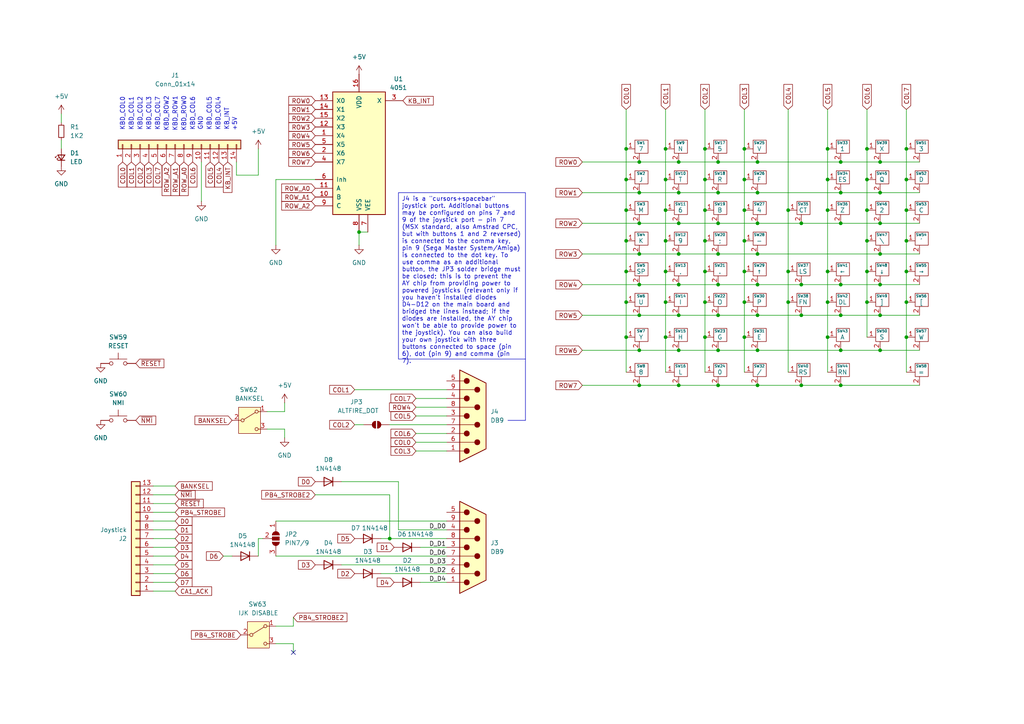
<source format=kicad_sch>
(kicad_sch (version 20231120) (generator "eeschema") (generator_version "8.0")
  (paper "A4")
  (lib_symbols
    (symbol "4xxx:4051" (pin_names (offset 1.016))
      (property "Reference" "U" (at -7.62 19.05 0))
      (property "Value" "4051" (at -7.62 -19.05 0))
      (symbol "4051_1_0"
        (pin passive line (at -12.7 5.08 0) (length 5.08) (name "X4") (number "1"))
        (pin input line (at -12.7 -12.7 0) (length 5.08) (name "B") (number "10"))
        (pin input line (at -12.7 -10.16 0) (length 5.08) (name "A") (number "11"))
        (pin passive line (at -12.7 7.62 0) (length 5.08) (name "X3") (number "12"))
        (pin passive line (at -12.7 15.24 0) (length 5.08) (name "X0") (number "13"))
        (pin passive line (at -12.7 12.7 0) (length 5.08) (name "X1") (number "14"))
        (pin passive line (at -12.7 10.16 0) (length 5.08) (name "X2") (number "15"))
        (pin power_in line (at 0 22.86 270) (length 5.08) (name "VDD") (number "16"))
        (pin passive line (at -12.7 0 0) (length 5.08) (name "X6") (number "2"))
        (pin passive line (at 12.7 15.24 180) (length 5.08) (name "X") (number "3"))
        (pin passive line (at -12.7 -2.54 0) (length 5.08) (name "X7") (number "4"))
        (pin passive line (at -12.7 2.54 0) (length 5.08) (name "X5") (number "5"))
        (pin input line (at -12.7 -7.62 0) (length 5.08) (name "Inh") (number "6"))
        (pin power_in line (at 2.54 -22.86 90) (length 5.08) (name "VEE") (number "7"))
        (pin power_in line (at 0 -22.86 90) (length 5.08) (name "VSS") (number "8"))
        (pin input line (at -12.7 -15.24 0) (length 5.08) (name "C") (number "9"))
      )
    )
    (symbol "Common:Cherry_MX"
      (property "Reference" "SW?" (at 0.508 1.778 0))
      (property "Value" "*" (at 0.508 0 0))
      (symbol "Cherry_MX_1_1"
        (pin bidirectional line (at -3.81 0 0) (length 2.54) (name "") (number "1"))
        (pin bidirectional line (at 0 -3.81 90) (length 2.54) (name "") (number "2"))
      )
    )
    (symbol "Common:DB9_Male" (pin_names (offset 1.016) hide)
      (property "Reference" "J1" (at 0 -18.415 0))
      (property "Value" "DB9 Apple" (at 0 -15.875 0))
      (symbol "DB9_Male_1_1"
        (pin passive line (at -7.62 -10.16 0) (length 3.81) (name "1") (number "1"))
        (pin passive line (at -7.62 -5.08 0) (length 3.81) (name "2") (number "2"))
        (pin passive line (at -7.62 0 0) (length 3.81) (name "3") (number "3"))
        (pin passive line (at -7.62 5.08 0) (length 3.81) (name "4") (number "4"))
        (pin passive line (at -7.62 10.16 0) (length 3.81) (name "5") (number "5"))
        (pin passive line (at -7.62 -7.62 0) (length 3.81) (name "6") (number "6"))
        (pin passive line (at -7.62 -2.54 0) (length 3.81) (name "7") (number "7"))
        (pin passive line (at -7.62 2.54 0) (length 3.81) (name "8") (number "8"))
        (pin passive line (at -7.62 7.62 0) (length 3.81) (name "9") (number "9"))
      )
    )
    (symbol "Connector_Generic:Conn_01x13" (pin_names (offset 1.016) hide)
      (property "Reference" "J" (at 0 17.78 0))
      (property "Value" "Conn_01x13" (at 0 -17.78 0))
      (symbol "Conn_01x13_1_1"
        (pin passive line (at -5.08 15.24 0) (length 3.81) (name "Pin_1") (number "1"))
        (pin passive line (at -5.08 -7.62 0) (length 3.81) (name "Pin_10") (number "10"))
        (pin passive line (at -5.08 -10.16 0) (length 3.81) (name "Pin_11") (number "11"))
        (pin passive line (at -5.08 -12.7 0) (length 3.81) (name "Pin_12") (number "12"))
        (pin passive line (at -5.08 -15.24 0) (length 3.81) (name "Pin_13") (number "13"))
        (pin passive line (at -5.08 12.7 0) (length 3.81) (name "Pin_2") (number "2"))
        (pin passive line (at -5.08 10.16 0) (length 3.81) (name "Pin_3") (number "3"))
        (pin passive line (at -5.08 7.62 0) (length 3.81) (name "Pin_4") (number "4"))
        (pin passive line (at -5.08 5.08 0) (length 3.81) (name "Pin_5") (number "5"))
        (pin passive line (at -5.08 2.54 0) (length 3.81) (name "Pin_6") (number "6"))
        (pin passive line (at -5.08 0 0) (length 3.81) (name "Pin_7") (number "7"))
        (pin passive line (at -5.08 -2.54 0) (length 3.81) (name "Pin_8") (number "8"))
        (pin passive line (at -5.08 -5.08 0) (length 3.81) (name "Pin_9") (number "9"))
      )
    )
    (symbol "Connector_Generic:Conn_01x14" (pin_names (offset 1.016) hide)
      (property "Reference" "J" (at 0 17.78 0))
      (property "Value" "Conn_01x14" (at 0 -20.32 0))
      (symbol "Conn_01x14_1_1"
        (pin passive line (at -5.08 15.24 0) (length 3.81) (name "Pin_1") (number "1"))
        (pin passive line (at -5.08 -7.62 0) (length 3.81) (name "Pin_10") (number "10"))
        (pin passive line (at -5.08 -10.16 0) (length 3.81) (name "Pin_11") (number "11"))
        (pin passive line (at -5.08 -12.7 0) (length 3.81) (name "Pin_12") (number "12"))
        (pin passive line (at -5.08 -15.24 0) (length 3.81) (name "Pin_13") (number "13"))
        (pin passive line (at -5.08 -17.78 0) (length 3.81) (name "Pin_14") (number "14"))
        (pin passive line (at -5.08 12.7 0) (length 3.81) (name "Pin_2") (number "2"))
        (pin passive line (at -5.08 10.16 0) (length 3.81) (name "Pin_3") (number "3"))
        (pin passive line (at -5.08 7.62 0) (length 3.81) (name "Pin_4") (number "4"))
        (pin passive line (at -5.08 5.08 0) (length 3.81) (name "Pin_5") (number "5"))
        (pin passive line (at -5.08 2.54 0) (length 3.81) (name "Pin_6") (number "6"))
        (pin passive line (at -5.08 0 0) (length 3.81) (name "Pin_7") (number "7"))
        (pin passive line (at -5.08 -2.54 0) (length 3.81) (name "Pin_8") (number "8"))
        (pin passive line (at -5.08 -5.08 0) (length 3.81) (name "Pin_9") (number "9"))
      )
    )
    (symbol "Device:LED_Small" (pin_numbers hide) (pin_names (offset 0.254) hide)
      (property "Reference" "D" (at -1.27 3.175 0))
      (property "Value" "LED_Small" (at -4.445 -2.54 0))
      (symbol "LED_Small_1_1"
        (pin passive line (at -2.54 0 0) (length 1.778) (name "K") (number "1"))
        (pin passive line (at 2.54 0 180) (length 1.778) (name "A") (number "2"))
      )
    )
    (symbol "Device:R_Small" (pin_numbers hide) (pin_names (offset 0.254) hide)
      (property "Reference" "R" (at 0.762 0.508 0))
      (property "Value" "R_Small" (at 0.762 -1.016 0))
      (symbol "R_Small_1_1"
        (pin passive line (at 0 2.54 270) (length 0.762) (name "~") (number "1"))
        (pin passive line (at 0 -2.54 90) (length 0.762) (name "~") (number "2"))
      )
    )
    (symbol "Diode:1N4148" (pin_numbers hide) (pin_names hide)
      (property "Reference" "D" (at 0 2.54 0))
      (property "Value" "1N4148" (at 0 -2.54 0))
      (symbol "1N4148_1_1"
        (pin passive line (at -3.81 0 0) (length 2.54) (name "K") (number "1"))
        (pin passive line (at 3.81 0 180) (length 2.54) (name "A") (number "2"))
      )
    )
    (symbol "Jumper:SolderJumper_2_Open" (pin_numbers hide) (pin_names (offset 0) hide) (exclude_from_sim yes) (in_bom no)
      (property "Reference" "JP" (at 0 2.032 0))
      (property "Value" "SolderJumper_2_Open" (at 0 -2.54 0))
      (symbol "SolderJumper_2_Open_1_1"
        (pin passive line (at -3.81 0 0) (length 2.54) (name "A") (number "1"))
        (pin passive line (at 3.81 0 180) (length 2.54) (name "B") (number "2"))
      )
    )
    (symbol "Jumper:SolderJumper_3_Open" (pin_names (offset 0) hide) (exclude_from_sim yes) (in_bom no)
      (property "Reference" "JP" (at -2.54 -2.54 0))
      (property "Value" "SolderJumper_3_Open" (at 0 2.794 0))
      (symbol "SolderJumper_3_Open_1_1"
        (pin passive line (at -5.08 0 0) (length 2.54) (name "A") (number "1"))
        (pin passive line (at 0 -3.81 90) (length 2.54) (name "C") (number "2"))
        (pin passive line (at 5.08 0 180) (length 2.54) (name "B") (number "3"))
      )
    )
    (symbol "Switch:SW_Push" (pin_numbers hide) (pin_names (offset 1.016) hide)
      (property "Reference" "SW" (at 1.27 2.54 0))
      (property "Value" "SW_Push" (at 0 -1.524 0))
      (symbol "SW_Push_0_1"
        (pin passive line (at -5.08 0 0) (length 2.54) (name "1") (number "1"))
        (pin passive line (at 5.08 0 180) (length 2.54) (name "2") (number "2"))
      )
    )
    (symbol "Switch:SW_SPDT" (pin_names (offset 0) hide)
      (property "Reference" "SW" (at 0 5.08 0))
      (property "Value" "SW_SPDT" (at 0 -5.08 0))
      (symbol "SW_SPDT_1_1"
        (pin passive line (at 5.08 2.54 180) (length 2.54) (name "A") (number "1"))
        (pin passive line (at -5.08 0 0) (length 2.54) (name "B") (number "2"))
        (pin passive line (at 5.08 -2.54 180) (length 2.54) (name "C") (number "3"))
      )
    )
    (symbol "power:+5V" (power) (pin_numbers hide) (pin_names (offset 0) hide)
      (property "Value" "+5V" (at 0 3.556 0))
      (symbol "+5V_1_1"
        (pin power_in line (at 0 0 90) (length 0) (name "~") (number "1"))
      )
    )
    (symbol "power:GND" (power) (pin_numbers hide) (pin_names (offset 0) hide)
      (property "Value" "GND" (at 0 -3.81 0))
      (symbol "GND_1_1"
        (pin power_in line (at 0 0 270) (length 0) (name "~") (number "1"))
      )
    )
  )
  (junction (at 243.84 46.99))
  (junction (at 208.28 101.6))
  (junction (at 208.28 91.44))
  (junction (at 196.85 111.76))
  (junction (at 181.61 87.63))
  (junction (at 251.46 87.63))
  (junction (at 240.03 60.96))
  (junction (at 232.41 111.76))
  (junction (at 193.04 69.85))
  (junction (at 185.42 111.76))
  (junction (at 262.89 52.07))
  (junction (at 228.6 60.96))
  (junction (at 255.27 91.44))
  (junction (at 193.04 87.63))
  (junction (at 204.47 87.63))
  (junction (at 185.42 64.77))
  (junction (at 219.71 91.44))
  (junction (at 219.71 55.88))
  (junction (at 193.04 43.18))
  (junction (at 204.47 43.18))
  (junction (at 113.03 156.21))
  (junction (at 243.84 111.76))
  (junction (at 181.61 60.96))
  (junction (at 193.04 52.07))
  (junction (at 208.28 73.66))
  (junction (at 232.41 91.44))
  (junction (at 243.84 55.88))
  (junction (at 243.84 91.44))
  (junction (at 215.9 78.74))
  (junction (at 251.46 43.18))
  (junction (at 208.28 111.76))
  (junction (at 204.47 69.85))
  (junction (at 215.9 97.79))
  (junction (at 181.61 52.07))
  (junction (at 255.27 55.88))
  (junction (at 255.27 64.77))
  (junction (at 215.9 43.18))
  (junction (at 262.89 43.18))
  (junction (at 251.46 60.96))
  (junction (at 204.47 97.79))
  (junction (at 255.27 46.99))
  (junction (at 262.89 87.63))
  (junction (at 185.42 46.99))
  (junction (at 215.9 52.07))
  (junction (at 185.42 101.6))
  (junction (at 204.47 78.74))
  (junction (at 193.04 97.79))
  (junction (at 215.9 87.63))
  (junction (at 219.71 101.6))
  (junction (at 196.85 46.99))
  (junction (at 208.28 82.55))
  (junction (at 251.46 78.74))
  (junction (at 196.85 101.6))
  (junction (at 185.42 82.55))
  (junction (at 208.28 64.77))
  (junction (at 181.61 97.79))
  (junction (at 243.84 64.77))
  (junction (at 196.85 55.88))
  (junction (at 104.14 67.31))
  (junction (at 219.71 73.66))
  (junction (at 181.61 69.85))
  (junction (at 243.84 101.6))
  (junction (at 204.47 52.07))
  (junction (at 181.61 78.74))
  (junction (at 193.04 78.74))
  (junction (at 204.47 60.96))
  (junction (at 240.03 78.74))
  (junction (at 215.9 60.96))
  (junction (at 228.6 87.63))
  (junction (at 243.84 82.55))
  (junction (at 185.42 55.88))
  (junction (at 196.85 64.77))
  (junction (at 185.42 73.66))
  (junction (at 219.71 64.77))
  (junction (at 251.46 52.07))
  (junction (at 240.03 52.07))
  (junction (at 251.46 69.85))
  (junction (at 193.04 60.96))
  (junction (at 240.03 43.18))
  (junction (at 181.61 43.18))
  (junction (at 255.27 101.6))
  (junction (at 262.89 60.96))
  (junction (at 262.89 69.85))
  (junction (at 219.71 46.99))
  (junction (at 219.71 111.76))
  (junction (at 262.89 97.79))
  (junction (at 219.71 82.55))
  (junction (at 232.41 82.55))
  (junction (at 232.41 64.77))
  (junction (at 228.6 78.74))
  (junction (at 196.85 73.66))
  (junction (at 208.28 46.99))
  (junction (at 240.03 97.79))
  (junction (at 255.27 82.55))
  (junction (at 255.27 73.66))
  (junction (at 196.85 91.44))
  (junction (at 240.03 87.63))
  (junction (at 208.28 55.88))
  (junction (at 196.85 82.55))
  (junction (at 215.9 69.85))
  (junction (at 262.89 78.74))
  (junction (at 185.42 91.44))
  (no_connect (at 85.09 189.23))
  (wire (pts (xy 185.42 64.77) (xy 196.85 64.77)))
  (wire (pts (xy 243.84 64.77) (xy 255.27 64.77)))
  (wire (pts (xy 168.91 101.6) (xy 185.42 101.6)))
  (wire (pts (xy 219.71 82.55) (xy 232.41 82.55)))
  (wire (pts (xy 251.46 52.07) (xy 251.46 60.96)))
  (wire (pts (xy 80.01 181.61) (xy 85.09 181.61)))
  (wire (pts (xy 208.28 64.77) (xy 219.71 64.77)))
  (wire (pts (xy 168.91 64.77) (xy 185.42 64.77)))
  (wire (pts (xy 110.49 166.37) (xy 129.54 166.37)))
  (wire (pts (xy 113.03 123.19) (xy 129.54 123.19)))
  (wire (pts (xy 262.89 97.79) (xy 262.89 107.95)))
  (wire (pts (xy 168.91 46.99) (xy 185.42 46.99)))
  (wire (pts (xy 251.46 78.74) (xy 251.46 87.63)))
  (wire (pts (xy 185.42 91.44) (xy 196.85 91.44)))
  (wire (pts (xy 215.9 60.96) (xy 215.9 69.85)))
  (wire (pts (xy 193.04 60.96) (xy 193.04 69.85)))
  (wire (pts (xy 168.91 55.88) (xy 185.42 55.88)))
  (wire (pts (xy 74.93 156.21) (xy 74.93 161.29)))
  (wire (pts (xy 82.55 124.46) (xy 82.55 127)))
  (wire (pts (xy 228.6 87.63) (xy 228.6 107.95)))
  (wire (pts (xy 240.03 60.96) (xy 240.03 78.74)))
  (wire (pts (xy 80.01 52.07) (xy 80.01 71.12)))
  (wire (pts (xy 208.28 73.66) (xy 219.71 73.66)))
  (wire (pts (xy 120.65 130.81) (xy 129.54 130.81)))
  (wire (pts (xy 251.46 31.75) (xy 251.46 43.18)))
  (wire (pts (xy 44.45 151.13) (xy 50.8 151.13)))
  (wire (pts (xy 120.65 120.65) (xy 129.54 120.65)))
  (wire (pts (xy 181.61 60.96) (xy 181.61 69.85)))
  (wire (pts (xy 185.42 82.55) (xy 196.85 82.55)))
  (wire (pts (xy 219.71 64.77) (xy 232.41 64.77)))
  (wire (pts (xy 115.57 153.67) (xy 129.54 153.67)))
  (wire (pts (xy 91.44 52.07) (xy 80.01 52.07)))
  (wire (pts (xy 219.71 101.6) (xy 243.84 101.6)))
  (wire (pts (xy 120.65 125.73) (xy 129.54 125.73)))
  (wire (pts (xy 243.84 111.76) (xy 266.7 111.76)))
  (wire (pts (xy 204.47 69.85) (xy 204.47 78.74)))
  (wire (pts (xy 251.46 69.85) (xy 251.46 78.74)))
  (wire (pts (xy 243.84 91.44) (xy 255.27 91.44)))
  (wire (pts (xy 193.04 52.07) (xy 193.04 60.96)))
  (wire (pts (xy 208.28 101.6) (xy 219.71 101.6)))
  (wire (pts (xy 44.45 146.05) (xy 50.8 146.05)))
  (wire (pts (xy 185.42 111.76) (xy 196.85 111.76)))
  (wire (pts (xy 196.85 101.6) (xy 208.28 101.6)))
  (wire (pts (xy 44.45 156.21) (xy 50.8 156.21)))
  (wire (pts (xy 74.93 50.8) (xy 68.58 50.8)))
  (wire (pts (xy 185.42 55.88) (xy 196.85 55.88)))
  (polyline (pts (xy 147.32 121.92) (xy 152.4 121.92)))
  (wire (pts (xy 193.04 87.63) (xy 193.04 97.79)))
  (wire (pts (xy 120.65 115.57) (xy 129.54 115.57)))
  (wire (pts (xy 196.85 82.55) (xy 208.28 82.55)))
  (wire (pts (xy 219.71 46.99) (xy 243.84 46.99)))
  (wire (pts (xy 232.41 64.77) (xy 243.84 64.77)))
  (wire (pts (xy 110.49 156.21) (xy 113.03 156.21)))
  (wire (pts (xy 196.85 55.88) (xy 208.28 55.88)))
  (wire (pts (xy 113.03 156.21) (xy 129.54 156.21)))
  (wire (pts (xy 181.61 87.63) (xy 181.61 97.79)))
  (wire (pts (xy 255.27 46.99) (xy 266.7 46.99)))
  (wire (pts (xy 204.47 78.74) (xy 204.47 87.63)))
  (wire (pts (xy 77.47 124.46) (xy 82.55 124.46)))
  (wire (pts (xy 232.41 82.55) (xy 243.84 82.55)))
  (wire (pts (xy 58.42 46.99) (xy 58.42 58.42)))
  (wire (pts (xy 240.03 97.79) (xy 240.03 107.95)))
  (wire (pts (xy 251.46 43.18) (xy 251.46 52.07)))
  (wire (pts (xy 240.03 78.74) (xy 240.03 87.63)))
  (wire (pts (xy 196.85 73.66) (xy 208.28 73.66)))
  (wire (pts (xy 240.03 31.75) (xy 240.03 43.18)))
  (wire (pts (xy 120.65 128.27) (xy 129.54 128.27)))
  (wire (pts (xy 80.01 186.69) (xy 85.09 186.69)))
  (wire (pts (xy 232.41 111.76) (xy 243.84 111.76)))
  (wire (pts (xy 219.71 91.44) (xy 232.41 91.44)))
  (wire (pts (xy 243.84 55.88) (xy 255.27 55.88)))
  (wire (pts (xy 240.03 43.18) (xy 240.03 52.07)))
  (wire (pts (xy 255.27 82.55) (xy 266.7 82.55)))
  (wire (pts (xy 185.42 46.99) (xy 196.85 46.99)))
  (wire (pts (xy 193.04 78.74) (xy 193.04 87.63)))
  (wire (pts (xy 228.6 31.75) (xy 228.6 60.96)))
  (wire (pts (xy 44.45 161.29) (xy 50.8 161.29)))
  (wire (pts (xy 193.04 97.79) (xy 193.04 107.95)))
  (wire (pts (xy 44.45 140.97) (xy 50.8 140.97)))
  (wire (pts (xy 219.71 73.66) (xy 255.27 73.66)))
  (wire (pts (xy 104.14 71.12) (xy 104.14 67.31)))
  (wire (pts (xy 99.06 163.83) (xy 129.54 163.83)))
  (wire (pts (xy 115.57 139.7) (xy 115.57 153.67)))
  (wire (pts (xy 181.61 78.74) (xy 181.61 87.63)))
  (wire (pts (xy 255.27 64.77) (xy 266.7 64.77)))
  (wire (pts (xy 204.47 52.07) (xy 204.47 60.96)))
  (wire (pts (xy 120.65 118.11) (xy 129.54 118.11)))
  (wire (pts (xy 181.61 52.07) (xy 181.61 60.96)))
  (wire (pts (xy 185.42 101.6) (xy 196.85 101.6)))
  (wire (pts (xy 262.89 87.63) (xy 262.89 97.79)))
  (wire (pts (xy 102.87 123.19) (xy 105.41 123.19)))
  (wire (pts (xy 196.85 91.44) (xy 208.28 91.44)))
  (wire (pts (xy 181.61 31.75) (xy 181.61 43.18)))
  (polyline (pts (xy 152.4 104.14) (xy 152.4 121.92)))
  (wire (pts (xy 204.47 60.96) (xy 204.47 69.85)))
  (wire (pts (xy 44.45 143.51) (xy 50.8 143.51)))
  (wire (pts (xy 255.27 55.88) (xy 266.7 55.88)))
  (wire (pts (xy 243.84 46.99) (xy 255.27 46.99)))
  (wire (pts (xy 215.9 43.18) (xy 215.9 52.07)))
  (wire (pts (xy 208.28 82.55) (xy 219.71 82.55)))
  (wire (pts (xy 82.55 116.84) (xy 82.55 119.38)))
  (wire (pts (xy 196.85 64.77) (xy 208.28 64.77)))
  (wire (pts (xy 185.42 73.66) (xy 196.85 73.66)))
  (wire (pts (xy 17.78 40.64) (xy 17.78 43.18)))
  (wire (pts (xy 68.58 50.8) (xy 68.58 46.99)))
  (wire (pts (xy 262.89 78.74) (xy 262.89 87.63)))
  (wire (pts (xy 196.85 111.76) (xy 208.28 111.76)))
  (wire (pts (xy 232.41 91.44) (xy 243.84 91.44)))
  (wire (pts (xy 168.91 82.55) (xy 185.42 82.55)))
  (wire (pts (xy 102.87 113.03) (xy 129.54 113.03)))
  (wire (pts (xy 80.01 151.13) (xy 129.54 151.13)))
  (wire (pts (xy 91.44 143.51) (xy 113.03 143.51)))
  (wire (pts (xy 74.93 156.21) (xy 76.2 156.21)))
  (wire (pts (xy 85.09 179.07) (xy 85.09 181.61)))
  (wire (pts (xy 204.47 31.75) (xy 204.47 43.18)))
  (wire (pts (xy 193.04 31.75) (xy 193.04 43.18)))
  (wire (pts (xy 243.84 101.6) (xy 255.27 101.6)))
  (wire (pts (xy 243.84 82.55) (xy 255.27 82.55)))
  (wire (pts (xy 44.45 148.59) (xy 50.8 148.59)))
  (wire (pts (xy 262.89 52.07) (xy 262.89 60.96)))
  (wire (pts (xy 215.9 52.07) (xy 215.9 60.96)))
  (wire (pts (xy 215.9 87.63) (xy 215.9 97.79)))
  (wire (pts (xy 44.45 158.75) (xy 50.8 158.75)))
  (wire (pts (xy 251.46 87.63) (xy 251.46 97.79)))
  (wire (pts (xy 77.47 119.38) (xy 82.55 119.38)))
  (wire (pts (xy 113.03 156.21) (xy 113.03 143.51)))
  (wire (pts (xy 215.9 69.85) (xy 215.9 78.74)))
  (wire (pts (xy 181.61 69.85) (xy 181.61 78.74)))
  (wire (pts (xy 168.91 111.76) (xy 185.42 111.76)))
  (wire (pts (xy 17.78 33.02) (xy 17.78 35.56)))
  (wire (pts (xy 204.47 87.63) (xy 204.47 97.79)))
  (wire (pts (xy 181.61 97.79) (xy 181.61 107.95)))
  (wire (pts (xy 104.14 67.31) (xy 106.68 67.31)))
  (wire (pts (xy 168.91 73.66) (xy 185.42 73.66)))
  (wire (pts (xy 204.47 43.18) (xy 204.47 52.07)))
  (wire (pts (xy 74.93 43.18) (xy 74.93 50.8)))
  (wire (pts (xy 255.27 73.66) (xy 266.7 73.66)))
  (wire (pts (xy 219.71 55.88) (xy 243.84 55.88)))
  (wire (pts (xy 255.27 91.44) (xy 266.7 91.44)))
  (wire (pts (xy 64.77 161.29) (xy 67.31 161.29)))
  (wire (pts (xy 193.04 43.18) (xy 193.04 52.07)))
  (wire (pts (xy 255.27 101.6) (xy 266.7 101.6)))
  (wire (pts (xy 208.28 55.88) (xy 219.71 55.88)))
  (wire (pts (xy 193.04 69.85) (xy 193.04 78.74)))
  (wire (pts (xy 262.89 31.75) (xy 262.89 43.18)))
  (wire (pts (xy 240.03 52.07) (xy 240.03 60.96)))
  (wire (pts (xy 219.71 111.76) (xy 232.41 111.76)))
  (wire (pts (xy 215.9 97.79) (xy 215.9 107.95)))
  (wire (pts (xy 262.89 60.96) (xy 262.89 69.85)))
  (wire (pts (xy 208.28 91.44) (xy 219.71 91.44)))
  (wire (pts (xy 228.6 60.96) (xy 228.6 78.74)))
  (wire (pts (xy 44.45 163.83) (xy 50.8 163.83)))
  (wire (pts (xy 208.28 111.76) (xy 219.71 111.76)))
  (wire (pts (xy 228.6 78.74) (xy 228.6 87.63)))
  (wire (pts (xy 99.06 139.7) (xy 115.57 139.7)))
  (wire (pts (xy 196.85 46.99) (xy 208.28 46.99)))
  (wire (pts (xy 251.46 60.96) (xy 251.46 69.85)))
  (wire (pts (xy 262.89 43.18) (xy 262.89 52.07)))
  (wire (pts (xy 215.9 78.74) (xy 215.9 87.63)))
  (wire (pts (xy 262.89 69.85) (xy 262.89 78.74)))
  (wire (pts (xy 121.92 168.91) (xy 129.54 168.91)))
  (wire (pts (xy 204.47 97.79) (xy 204.47 107.95)))
  (wire (pts (xy 80.01 161.29) (xy 129.54 161.29)))
  (wire (pts (xy 168.91 91.44) (xy 185.42 91.44)))
  (wire (pts (xy 240.03 87.63) (xy 240.03 97.79)))
  (wire (pts (xy 208.28 46.99) (xy 219.71 46.99)))
  (wire (pts (xy 44.45 153.67) (xy 50.8 153.67)))
  (wire (pts (xy 44.45 171.45) (xy 50.8 171.45)))
  (wire (pts (xy 215.9 31.75) (xy 215.9 43.18)))
  (wire (pts (xy 121.92 158.75) (xy 129.54 158.75)))
  (wire (pts (xy 44.45 168.91) (xy 50.8 168.91)))
  (wire (pts (xy 44.45 166.37) (xy 50.8 166.37)))
  (wire (pts (xy 181.61 43.18) (xy 181.61 52.07)))
  (wire (pts (xy 85.09 186.69) (xy 85.09 189.23)))
  (text_box "J4 is a \"cursors+spacebar\" joystick port. Additional buttons may be configured on pins 7 and 9 of the joystick port - pin 7 (MSX standard, also Amstrad CPC, but with buttons 1 and 2 reversed) is connected to the comma key, pin 9 (Sega Master System/Amiga) is connected to the dot key. To use comma as an additional button, the JP3 solder bridge must be closed; this is to prevent the AY chip from providing power to powered joysticks (relevant only if you haven't installed diodes D4-D12 on the main board and bridged the lines instead; if the diodes are installed, the AY chip won't be able to provide power to the joystick). You can also build your own joystick with three buttons connected to space (pin 6), dot (pin 9) and comma (pin 7)." (at 115.57 55.88 0) (size 36.83 48.26) (effects (font (size 1.27 1.27)) (justify left top)))
  (text "KBD_COL0" (at 35.56 33.02 90) (effects (font (size 1.27 1.27))))
  (text "KBD_COL2" (at 40.64 33.02 90) (effects (font (size 1.27 1.27))))
  (text "+5V" (at 68.072 36.068 90) (effects (font (size 1.27 1.27))))
  (text "KBD_ROW1" (at 50.8 33.02 90) (effects (font (size 1.27 1.27))))
  (text "KBD_COL6" (at 55.88 33.02 90) (effects (font (size 1.27 1.27))))
  (text "KBD_COL7" (at 45.72 33.02 90) (effects (font (size 1.27 1.27))))
  (text "KBD_COL3" (at 43.18 33.02 90) (effects (font (size 1.27 1.27))))
  (text "KBD_COL4" (at 63.246 33.02 90) (effects (font (size 1.27 1.27))))
  (text "KB_INT\n" (at 65.786 34.544 90) (effects (font (size 1.27 1.27))))
  (text "KBD_COL1" (at 38.1 33.02 90) (effects (font (size 1.27 1.27))))
  (text "KBD_COL5" (at 60.706 33.02 90) (effects (font (size 1.27 1.27))))
  (text "KBD_ROW0" (at 53.34 33.02 90) (effects (font (size 1.27 1.27))))
  (text "KBD_ROW2" (at 48.26 33.02 90) (effects (font (size 1.27 1.27))))
  (text "GND" (at 58.166 35.814 90) (effects (font (size 1.27 1.27))))
  (label "D_D2" (at 124.46 166.37 0))
  (label "D_D4" (at 124.46 168.91 0))
  (label "D_D6" (at 124.46 161.29 0))
  (label "D_D0" (at 124.46 153.67 0))
  (label "D_D3" (at 124.46 163.83 0))
  (label "D_D1" (at 124.46 158.75 0))
  (global_label "COL1" (shape input) (at 193.04 31.75 90) (property "Intersheetrefs" "${INTERSHEET_REFS}" (effects (hide yes))))
  (global_label "ROW3" (shape input) (at 168.91 73.66 180) (property "Intersheetrefs" "${INTERSHEET_REFS}" (effects (hide yes))))
  (global_label "BANKSEL" (shape input) (at 67.31 121.92 180) (property "Intersheetrefs" "${INTERSHEET_REFS}" (effects (hide yes))))
  (global_label "COL6" (shape input) (at 120.65 125.73 180) (property "Intersheetrefs" "${INTERSHEET_REFS}" (effects (hide yes))))
  (global_label "ROW6" (shape input) (at 168.91 101.6 180) (property "Intersheetrefs" "${INTERSHEET_REFS}" (effects (hide yes))))
  (global_label "~{RESET}" (shape input) (at 39.37 105.41 0) (property "Intersheetrefs" "${INTERSHEET_REFS}" (effects (hide yes))))
  (global_label "ROW1" (shape input) (at 91.44 31.75 180) (property "Intersheetrefs" "${INTERSHEET_REFS}" (effects (hide yes))))
  (global_label "ROW3" (shape input) (at 91.44 36.83 180) (property "Intersheetrefs" "${INTERSHEET_REFS}" (effects (hide yes))))
  (global_label "ROW4" (shape input) (at 91.44 39.37 180) (property "Intersheetrefs" "${INTERSHEET_REFS}" (effects (hide yes))))
  (global_label "ROW_A2" (shape input) (at 48.26 46.99 270) (property "Intersheetrefs" "${INTERSHEET_REFS}" (effects (hide yes))))
  (global_label "COL1" (shape input) (at 38.1 46.99 270) (property "Intersheetrefs" "${INTERSHEET_REFS}" (effects (hide yes))))
  (global_label "ROW_A1" (shape input) (at 50.8 46.99 270) (property "Intersheetrefs" "${INTERSHEET_REFS}" (effects (hide yes))))
  (global_label "ROW_A0" (shape input) (at 53.34 46.99 270) (property "Intersheetrefs" "${INTERSHEET_REFS}" (effects (hide yes))))
  (global_label "D0" (shape input) (at 50.8 151.13 0) (property "Intersheetrefs" "${INTERSHEET_REFS}" (effects (hide yes))))
  (global_label "COL3" (shape input) (at 215.9 31.75 90) (property "Intersheetrefs" "${INTERSHEET_REFS}" (effects (hide yes))))
  (global_label "ROW2" (shape input) (at 168.91 64.77 180) (property "Intersheetrefs" "${INTERSHEET_REFS}" (effects (hide yes))))
  (global_label "PB4_STROBE" (shape input) (at 50.8 148.59 0) (property "Intersheetrefs" "${INTERSHEET_REFS}" (effects (hide yes))))
  (global_label "ROW0" (shape input) (at 91.44 29.21 180) (property "Intersheetrefs" "${INTERSHEET_REFS}" (effects (hide yes))))
  (global_label "D6" (shape input) (at 64.77 161.29 180) (property "Intersheetrefs" "${INTERSHEET_REFS}" (effects (hide yes))))
  (global_label "ROW4" (shape input) (at 120.65 118.11 180) (property "Intersheetrefs" "${INTERSHEET_REFS}" (effects (hide yes))))
  (global_label "COL2" (shape input) (at 40.64 46.99 270) (property "Intersheetrefs" "${INTERSHEET_REFS}" (effects (hide yes))))
  (global_label "COL0" (shape input) (at 35.56 46.99 270) (property "Intersheetrefs" "${INTERSHEET_REFS}" (effects (hide yes))))
  (global_label "COL7" (shape input) (at 45.72 46.99 270) (property "Intersheetrefs" "${INTERSHEET_REFS}" (effects (hide yes))))
  (global_label "BANKSEL" (shape input) (at 50.8 140.97 0) (property "Intersheetrefs" "${INTERSHEET_REFS}" (effects (hide yes))))
  (global_label "ROW_A1" (shape input) (at 91.44 57.15 180) (property "Intersheetrefs" "${INTERSHEET_REFS}" (effects (hide yes))))
  (global_label "D4" (shape input) (at 50.8 161.29 0) (property "Intersheetrefs" "${INTERSHEET_REFS}" (effects (hide yes))))
  (global_label "KB_INT" (shape input) (at 66.04 46.99 270) (property "Intersheetrefs" "${INTERSHEET_REFS}" (effects (hide yes))))
  (global_label "D5" (shape input) (at 50.8 163.83 0) (property "Intersheetrefs" "${INTERSHEET_REFS}" (effects (hide yes))))
  (global_label "D5" (shape input) (at 102.87 156.21 180) (property "Intersheetrefs" "${INTERSHEET_REFS}" (effects (hide yes))))
  (global_label "D7" (shape input) (at 50.8 168.91 0) (property "Intersheetrefs" "${INTERSHEET_REFS}" (effects (hide yes))))
  (global_label "COL4" (shape input) (at 63.5 46.99 270) (property "Intersheetrefs" "${INTERSHEET_REFS}" (effects (hide yes))))
  (global_label "ROW5" (shape input) (at 168.91 91.44 180) (property "Intersheetrefs" "${INTERSHEET_REFS}" (effects (hide yes))))
  (global_label "ROW2" (shape input) (at 91.44 34.29 180) (property "Intersheetrefs" "${INTERSHEET_REFS}" (effects (hide yes))))
  (global_label "ROW_A0" (shape input) (at 91.44 54.61 180) (property "Intersheetrefs" "${INTERSHEET_REFS}" (effects (hide yes))))
  (global_label "COL5" (shape input) (at 240.03 31.75 90) (property "Intersheetrefs" "${INTERSHEET_REFS}" (effects (hide yes))))
  (global_label "COL0" (shape input) (at 120.65 128.27 180) (property "Intersheetrefs" "${INTERSHEET_REFS}" (effects (hide yes))))
  (global_label "COL1" (shape input) (at 102.87 113.03 180) (property "Intersheetrefs" "${INTERSHEET_REFS}" (effects (hide yes))))
  (global_label "COL2" (shape input) (at 204.47 31.75 90) (property "Intersheetrefs" "${INTERSHEET_REFS}" (effects (hide yes))))
  (global_label "COL3" (shape input) (at 120.65 130.81 180) (property "Intersheetrefs" "${INTERSHEET_REFS}" (effects (hide yes))))
  (global_label "COL2" (shape input) (at 102.87 123.19 180) (property "Intersheetrefs" "${INTERSHEET_REFS}" (effects (hide yes))))
  (global_label "PB4_STROBE" (shape input) (at 69.85 184.15 180) (property "Intersheetrefs" "${INTERSHEET_REFS}" (effects (hide yes))))
  (global_label "COL5" (shape input) (at 120.65 120.65 180) (property "Intersheetrefs" "${INTERSHEET_REFS}" (effects (hide yes))))
  (global_label "PB4_STROBE2" (shape input) (at 85.09 179.07 0) (property "Intersheetrefs" "${INTERSHEET_REFS}" (effects (hide yes))))
  (global_label "ROW5" (shape input) (at 91.44 41.91 180) (property "Intersheetrefs" "${INTERSHEET_REFS}" (effects (hide yes))))
  (global_label "ROW7" (shape input) (at 91.44 46.99 180) (property "Intersheetrefs" "${INTERSHEET_REFS}" (effects (hide yes))))
  (global_label "~{NMI}" (shape input) (at 50.8 143.51 0) (property "Intersheetrefs" "${INTERSHEET_REFS}" (effects (hide yes))))
  (global_label "D1" (shape input) (at 50.8 153.67 0) (property "Intersheetrefs" "${INTERSHEET_REFS}" (effects (hide yes))))
  (global_label "CA1_ACK" (shape input) (at 50.8 171.45 0) (property "Intersheetrefs" "${INTERSHEET_REFS}" (effects (hide yes))))
  (global_label "ROW0" (shape input) (at 168.91 46.99 180) (property "Intersheetrefs" "${INTERSHEET_REFS}" (effects (hide yes))))
  (global_label "ROW7" (shape input) (at 168.91 111.76 180) (property "Intersheetrefs" "${INTERSHEET_REFS}" (effects (hide yes))))
  (global_label "D3" (shape input) (at 91.44 163.83 180) (property "Intersheetrefs" "${INTERSHEET_REFS}" (effects (hide yes))))
  (global_label "ROW_A2" (shape input) (at 91.44 59.69 180) (property "Intersheetrefs" "${INTERSHEET_REFS}" (effects (hide yes))))
  (global_label "COL3" (shape input) (at 43.18 46.99 270) (property "Intersheetrefs" "${INTERSHEET_REFS}" (effects (hide yes))))
  (global_label "D4" (shape input) (at 114.3 168.91 180) (property "Intersheetrefs" "${INTERSHEET_REFS}" (effects (hide yes))))
  (global_label "D2" (shape input) (at 50.8 156.21 0) (property "Intersheetrefs" "${INTERSHEET_REFS}" (effects (hide yes))))
  (global_label "COL5" (shape input) (at 60.96 46.99 270) (property "Intersheetrefs" "${INTERSHEET_REFS}" (effects (hide yes))))
  (global_label "D6" (shape input) (at 50.8 166.37 0) (property "Intersheetrefs" "${INTERSHEET_REFS}" (effects (hide yes))))
  (global_label "D0" (shape input) (at 91.44 139.7 180) (property "Intersheetrefs" "${INTERSHEET_REFS}" (effects (hide yes))))
  (global_label "COL6" (shape input) (at 55.88 46.99 270) (property "Intersheetrefs" "${INTERSHEET_REFS}" (effects (hide yes))))
  (global_label "COL7" (shape input) (at 262.89 31.75 90) (property "Intersheetrefs" "${INTERSHEET_REFS}" (effects (hide yes))))
  (global_label "ROW6" (shape input) (at 91.44 44.45 180) (property "Intersheetrefs" "${INTERSHEET_REFS}" (effects (hide yes))))
  (global_label "PB4_STROBE2" (shape input) (at 91.44 143.51 180) (property "Intersheetrefs" "${INTERSHEET_REFS}" (effects (hide yes))))
  (global_label "ROW4" (shape input) (at 168.91 82.55 180) (property "Intersheetrefs" "${INTERSHEET_REFS}" (effects (hide yes))))
  (global_label "COL0" (shape input) (at 181.61 31.75 90) (property "Intersheetrefs" "${INTERSHEET_REFS}" (effects (hide yes))))
  (global_label "D2" (shape input) (at 102.87 166.37 180) (property "Intersheetrefs" "${INTERSHEET_REFS}" (effects (hide yes))))
  (global_label "D1" (shape input) (at 114.3 158.75 180) (property "Intersheetrefs" "${INTERSHEET_REFS}" (effects (hide yes))))
  (global_label "~{NMI}" (shape input) (at 39.37 121.92 0) (property "Intersheetrefs" "${INTERSHEET_REFS}" (effects (hide yes))))
  (global_label "~{RESET}" (shape input) (at 50.8 146.05 0) (property "Intersheetrefs" "${INTERSHEET_REFS}" (effects (hide yes))))
  (global_label "KB_INT" (shape input) (at 116.84 29.21 0) (property "Intersheetrefs" "${INTERSHEET_REFS}" (effects (hide yes))))
  (global_label "ROW1" (shape input) (at 168.91 55.88 180) (property "Intersheetrefs" "${INTERSHEET_REFS}" (effects (hide yes))))
  (global_label "COL7" (shape input) (at 120.65 115.57 180) (property "Intersheetrefs" "${INTERSHEET_REFS}" (effects (hide yes))))
  (global_label "COL4" (shape input) (at 228.6 31.75 90) (property "Intersheetrefs" "${INTERSHEET_REFS}" (effects (hide yes))))
  (global_label "COL6" (shape input) (at 251.46 31.75 90) (property "Intersheetrefs" "${INTERSHEET_REFS}" (effects (hide yes))))
  (global_label "D3" (shape input) (at 50.8 158.75 0) (property "Intersheetrefs" "${INTERSHEET_REFS}" (effects (hide yes))))
  (symbol (lib_id "power:GND") (at 29.21 121.92 0) (unit 1)
    (property "Reference" "#PWR09" (effects (hide yes)))
    (property "Value" "GND" (at 29.21 127 0))
    (property "Description" "Power symbol creates a global label with name \"GND\" , ground" (effects (hide yes)))
  )
  (symbol (lib_id "Common:Cherry_MX") (at 196.85 97.79 0) (unit 1)
    (property "Reference" "SW15" (at 197.358 96.012 0) (effects (font (size 0.762 0.762))))
    (property "Value" "H" (at 197.358 97.79 0))
    (property "Footprint" "PCM_Switch_Keyboard_Cherry_MX:SW_Cherry_MX_PCB_1.00u" (effects (hide yes)))
  )
  (symbol (lib_id "Common:Cherry_MX") (at 243.84 97.79 0) (unit 1)
    (property "Reference" "SW43" (at 244.348 96.012 0) (effects (font (size 0.762 0.762))))
    (property "Value" "A" (at 244.348 97.79 0))
    (property "Footprint" "PCM_Switch_Keyboard_Cherry_MX:SW_Cherry_MX_PCB_1.00u" (effects (hide yes)))
  )
  (symbol (lib_id "Common:Cherry_MX") (at 196.85 43.18 0) (unit 1)
    (property "Reference" "SW9" (at 197.358 41.402 0) (effects (font (size 0.762 0.762))))
    (property "Value" "N" (at 197.358 43.18 0))
    (property "Footprint" "PCM_Switch_Keyboard_Cherry_MX:SW_Cherry_MX_PCB_1.00u" (effects (hide yes)))
  )
  (symbol (lib_id "Common:Cherry_MX") (at 266.7 69.85 0) (unit 1)
    (property "Reference" "SW54" (at 267.208 68.072 0) (effects (font (size 0.762 0.762))))
    (property "Value" "'" (at 267.208 69.85 0))
    (property "Footprint" "PCM_Switch_Keyboard_Cherry_MX:SW_Cherry_MX_PCB_1.00u" (effects (hide yes)))
  )
  (symbol (lib_id "Common:Cherry_MX") (at 219.71 87.63 0) (unit 1)
    (property "Reference" "SW30" (at 220.218 85.852 0) (effects (font (size 0.762 0.762))))
    (property "Value" "P" (at 220.218 87.63 0))
    (property "Footprint" "PCM_Switch_Keyboard_Cherry_MX:SW_Cherry_MX_PCB_1.00u" (effects (hide yes)))
  )
  (symbol (lib_id "Common:Cherry_MX") (at 208.28 52.07 0) (unit 1)
    (property "Reference" "SW18" (at 208.788 50.292 0) (effects (font (size 0.762 0.762))))
    (property "Value" "R" (at 208.788 52.07 0))
    (property "Footprint" "PCM_Switch_Keyboard_Cherry_MX:SW_Cherry_MX_PCB_1.00u" (effects (hide yes)))
  )
  (symbol (lib_id "Common:Cherry_MX") (at 196.85 78.74 0) (unit 1)
    (property "Reference" "SW13" (at 197.358 76.962 0) (effects (font (size 0.762 0.762))))
    (property "Value" "," (at 197.358 78.74 0))
    (property "Footprint" "PCM_Switch_Keyboard_Cherry_MX:SW_Cherry_MX_PCB_1.00u" (effects (hide yes)))
  )
  (symbol (lib_id "Common:Cherry_MX") (at 219.71 78.74 0) (unit 1)
    (property "Reference" "SW29" (at 220.218 76.962 0) (effects (font (size 0.762 0.762))))
    (property "Value" "↑" (at 220.218 78.74 0))
    (property "Footprint" "PCM_Switch_Keyboard_Cherry_MX:SW_Cherry_MX_PCB_1.00u" (effects (hide yes)))
  )
  (symbol (lib_id "Common:Cherry_MX") (at 255.27 69.85 0) (unit 1)
    (property "Reference" "SW47" (at 255.778 68.072 0) (effects (font (size 0.762 0.762))))
    (property "Value" "\\" (at 255.778 69.85 0))
    (property "Footprint" "PCM_Switch_Keyboard_Cherry_MX:SW_Cherry_MX_PCB_1.00u" (effects (hide yes)))
  )
  (symbol (lib_id "Diode:1N4148") (at 71.12 161.29 180) (unit 1)
    (property "Reference" "D5" (at 70.358 155.448 0))
    (property "Value" "1N4148" (at 70.358 157.988 0))
    (property "Footprint" "Diode_THT:D_DO-35_SOD27_P7.62mm_Horizontal" (effects (hide yes)))
    (property "Datasheet" "https://assets.nexperia.com/documents/data-sheet/1N4148_1N4448.pdf" (effects (hide yes)))
    (property "Description" "100V 0.15A standard switching diode, DO-35" (effects (hide yes)))
    (property "Sim.Device" "D" (effects (hide yes)))
    (property "Sim.Pins" "1=K 2=A" (effects (hide yes)))
  )
  (symbol (lib_id "power:GND") (at 80.01 71.12 0) (unit 1)
    (property "Reference" "#PWR05" (effects (hide yes)))
    (property "Value" "GND" (at 80.01 76.2 0))
    (property "Description" "Power symbol creates a global label with name \"GND\" , ground" (effects (hide yes)))
  )
  (symbol (lib_id "Common:Cherry_MX") (at 255.27 87.63 0) (unit 1)
    (property "Reference" "SW49" (at 255.778 85.852 0) (effects (font (size 0.762 0.762))))
    (property "Value" "]" (at 255.778 87.63 0))
    (property "Footprint" "PCM_Switch_Keyboard_Cherry_MX:SW_Cherry_MX_PCB_1.00u" (effects (hide yes)))
  )
  (symbol (lib_id "Common:Cherry_MX") (at 185.42 60.96 0) (unit 1)
    (property "Reference" "SW3" (at 185.928 59.182 0) (effects (font (size 0.762 0.762))))
    (property "Value" "M" (at 185.928 60.96 0))
    (property "Footprint" "PCM_Switch_Keyboard_Cherry_MX:SW_Cherry_MX_PCB_1.00u" (effects (hide yes)))
  )
  (symbol (lib_id "Common:Cherry_MX") (at 185.42 107.95 0) (unit 1)
    (property "Reference" "SW8" (at 185.928 106.172 0) (effects (font (size 0.762 0.762))))
    (property "Value" "8" (at 185.928 107.95 0))
    (property "Footprint" "PCM_Switch_Keyboard_Cherry_MX:SW_Cherry_MX_PCB_1.00u" (effects (hide yes)))
  )
  (symbol (lib_id "Common:Cherry_MX") (at 243.84 87.63 0) (unit 1)
    (property "Reference" "SW42" (at 244.348 85.852 0) (effects (font (size 0.762 0.762))))
    (property "Value" "DL" (at 244.348 87.63 0))
    (property "Footprint" "PCM_Switch_Keyboard_Cherry_MX:SW_Cherry_MX_PCB_1.00u" (effects (hide yes)))
  )
  (symbol (lib_id "Common:Cherry_MX") (at 219.71 97.79 0) (unit 1)
    (property "Reference" "SW31" (at 220.218 96.012 0) (effects (font (size 0.762 0.762))))
    (property "Value" "E" (at 220.218 97.79 0))
    (property "Footprint" "PCM_Switch_Keyboard_Cherry_MX:SW_Cherry_MX_PCB_1.00u" (effects (hide yes)))
  )
  (symbol (lib_id "Common:Cherry_MX") (at 196.85 69.85 0) (unit 1)
    (property "Reference" "SW12" (at 197.358 68.072 0) (effects (font (size 0.762 0.762))))
    (property "Value" "9" (at 197.358 69.85 0))
    (property "Footprint" "PCM_Switch_Keyboard_Cherry_MX:SW_Cherry_MX_PCB_1.00u" (effects (hide yes)))
  )
  (symbol (lib_id "Common:Cherry_MX") (at 219.71 107.95 0) (unit 1)
    (property "Reference" "SW32" (at 220.218 106.172 0) (effects (font (size 0.762 0.762))))
    (property "Value" "/" (at 220.218 107.95 0))
    (property "Footprint" "PCM_Switch_Keyboard_Cherry_MX:SW_Cherry_MX_PCB_1.00u" (effects (hide yes)))
  )
  (symbol (lib_id "power:+5V") (at 82.55 116.84 0) (unit 1)
    (property "Reference" "#PWR011" (effects (hide yes)))
    (property "Value" "+5V" (at 82.55 111.76 0))
    (property "Description" "Power symbol creates a global label with name \"+5V\"" (effects (hide yes)))
  )
  (symbol (lib_id "Common:Cherry_MX") (at 243.84 52.07 0) (unit 1)
    (property "Reference" "SW34" (at 244.348 50.292 0) (effects (font (size 0.762 0.762))))
    (property "Value" "ES" (at 244.348 52.07 0))
    (property "Footprint" "PCM_Switch_Keyboard_Cherry_MX:SW_Cherry_MX_PCB_1.00u" (effects (hide yes)))
  )
  (symbol (lib_id "Device:LED_Small") (at 17.78 45.72 90) (unit 1)
    (property "Reference" "D1" (at 20.32 44.3864 90) (effects (justify right)))
    (property "Value" "LED" (at 20.32 46.9264 90) (effects (justify right)))
    (property "Footprint" "LED_THT:LED_D5.0mm" (effects (hide yes)))
    (property "Description" "Light emitting diode, small symbol" (effects (hide yes)))
  )
  (symbol (lib_id "Common:Cherry_MX") (at 185.42 97.79 0) (unit 1)
    (property "Reference" "SW7" (at 185.928 96.012 0) (effects (font (size 0.762 0.762))))
    (property "Value" "Y" (at 185.928 97.79 0))
    (property "Footprint" "PCM_Switch_Keyboard_Cherry_MX:SW_Cherry_MX_PCB_1.00u" (effects (hide yes)))
  )
  (symbol (lib_id "power:GND") (at 104.14 71.12 0) (unit 1)
    (property "Reference" "#PWR03" (effects (hide yes)))
    (property "Value" "GND" (at 104.14 76.2 0))
    (property "Description" "Power symbol creates a global label with name \"GND\" , ground" (effects (hide yes)))
  )
  (symbol (lib_id "Common:Cherry_MX") (at 185.42 69.85 0) (unit 1)
    (property "Reference" "SW4" (at 185.928 68.072 0) (effects (font (size 0.762 0.762))))
    (property "Value" "K" (at 185.928 69.85 0))
    (property "Footprint" "PCM_Switch_Keyboard_Cherry_MX:SW_Cherry_MX_PCB_1.00u" (effects (hide yes)))
  )
  (symbol (lib_id "Connector_Generic:Conn_01x13") (at 39.37 156.21 180) (unit 1)
    (property "Reference" "J2" (at 36.83 156.2101 0) (effects (justify left)))
    (property "Value" "Joystick" (at 36.83 153.6701 0) (effects (justify left)))
    (property "Footprint" "Connector_PinHeader_2.54mm:PinHeader_1x13_P2.54mm_Vertical" (effects (hide yes)))
    (property "Description" "Generic connector, single row, 01x13, script generated (kicad-library-utils/schlib/autogen/connector/)" (effects (hide yes)))
  )
  (symbol (lib_id "Common:Cherry_MX") (at 255.27 43.18 0) (unit 1)
    (property "Reference" "SW39" (at 255.778 41.402 0) (effects (font (size 0.762 0.762))))
    (property "Value" "X" (at 255.778 43.18 0))
    (property "Footprint" "PCM_Switch_Keyboard_Cherry_MX:SW_Cherry_MX_PCB_1.00u" (effects (hide yes)))
  )
  (symbol (lib_id "Common:Cherry_MX") (at 266.7 78.74 0) (unit 1)
    (property "Reference" "SW55" (at 267.208 76.962 0) (effects (font (size 0.762 0.762))))
    (property "Value" "→" (at 267.208 78.74 0))
    (property "Footprint" "PCM_Switch_Keyboard_Cherry_MX:SW_Cherry_MX_PCB_1.00u" (effects (hide yes)))
  )
  (symbol (lib_id "Common:Cherry_MX") (at 266.7 60.96 0) (unit 1)
    (property "Reference" "SW53" (at 267.208 59.182 0) (effects (font (size 0.762 0.762))))
    (property "Value" "C" (at 267.208 60.96 0))
    (property "Footprint" "PCM_Switch_Keyboard_Cherry_MX:SW_Cherry_MX_PCB_1.00u" (effects (hide yes)))
  )
  (symbol (lib_id "Common:Cherry_MX") (at 266.7 87.63 0) (unit 1)
    (property "Reference" "SW56" (at 267.208 85.852 0) (effects (font (size 0.762 0.762))))
    (property "Value" "[" (at 267.208 87.63 0))
    (property "Footprint" "PCM_Switch_Keyboard_Cherry_MX:SW_Cherry_MX_PCB_1.00u" (effects (hide yes)))
  )
  (symbol (lib_id "Common:Cherry_MX") (at 208.28 60.96 0) (unit 1)
    (property "Reference" "SW19" (at 208.788 59.182 0) (effects (font (size 0.762 0.762))))
    (property "Value" "B" (at 208.788 60.96 0))
    (property "Footprint" "PCM_Switch_Keyboard_Cherry_MX:SW_Cherry_MX_PCB_1.00u" (effects (hide yes)))
  )
  (symbol (lib_id "Common:Cherry_MX") (at 208.28 43.18 0) (unit 1)
    (property "Reference" "SW17" (at 208.788 41.402 0) (effects (font (size 0.762 0.762))))
    (property "Value" "5" (at 208.788 43.18 0))
    (property "Footprint" "PCM_Switch_Keyboard_Cherry_MX:SW_Cherry_MX_PCB_1.00u" (effects (hide yes)))
  )
  (symbol (lib_id "Common:Cherry_MX") (at 219.71 69.85 0) (unit 1)
    (property "Reference" "SW28" (at 220.218 68.072 0) (effects (font (size 0.762 0.762))))
    (property "Value" "-" (at 220.218 69.85 0))
    (property "Footprint" "PCM_Switch_Keyboard_Cherry_MX:SW_Cherry_MX_PCB_1.00u" (effects (hide yes)))
  )
  (symbol (lib_id "Diode:1N4148") (at 106.68 166.37 180) (unit 1)
    (property "Reference" "D3" (at 106.68 160.02 0))
    (property "Value" "1N4148" (at 106.68 162.56 0))
    (property "Footprint" "Diode_THT:D_DO-35_SOD27_P7.62mm_Horizontal" (effects (hide yes)))
    (property "Datasheet" "https://assets.nexperia.com/documents/data-sheet/1N4148_1N4448.pdf" (effects (hide yes)))
    (property "Description" "100V 0.15A standard switching diode, DO-35" (effects (hide yes)))
    (property "Sim.Device" "D" (effects (hide yes)))
    (property "Sim.Pins" "1=K 2=A" (effects (hide yes)))
  )
  (symbol (lib_id "power:+5V") (at 104.14 21.59 0) (unit 1)
    (property "Reference" "#PWR04" (effects (hide yes)))
    (property "Value" "+5V" (at 104.14 16.51 0))
    (property "Description" "Power symbol creates a global label with name \"+5V\"" (effects (hide yes)))
  )
  (symbol (lib_id "Common:Cherry_MX") (at 255.27 52.07 0) (unit 1)
    (property "Reference" "SW45" (at 255.778 50.292 0) (effects (font (size 0.762 0.762))))
    (property "Value" "Q" (at 255.778 52.07 0))
    (property "Footprint" "PCM_Switch_Keyboard_Cherry_MX:SW_Cherry_MX_PCB_1.00u" (effects (hide yes)))
  )
  (symbol (lib_id "Common:Cherry_MX") (at 219.71 60.96 0) (unit 1)
    (property "Reference" "SW27" (at 220.218 59.182 0) (effects (font (size 0.762 0.762))))
    (property "Value" "4" (at 220.218 60.96 0))
    (property "Footprint" "PCM_Switch_Keyboard_Cherry_MX:SW_Cherry_MX_PCB_1.00u" (effects (hide yes)))
  )
  (symbol (lib_id "Switch:SW_Push") (at 34.29 121.92 0) (unit 1)
    (property "Reference" "SW60" (at 34.29 114.3 0))
    (property "Value" "NMI" (at 34.29 116.84 0))
    (property "Footprint" "Button_Switch_THT:SW_PUSH_6mm" (effects (hide yes)))
    (property "Description" "Push button switch, generic, two pins" (effects (hide yes)))
  )
  (symbol (lib_id "Common:Cherry_MX") (at 232.41 107.95 0) (unit 1)
    (property "Reference" "SW40" (at 232.918 106.172 0) (effects (font (size 0.762 0.762))))
    (property "Value" "RS" (at 232.918 107.95 0))
    (property "Footprint" "PCM_Switch_Keyboard_Cherry_MX:SW_Cherry_MX_PCB_1.50u" (effects (hide yes)))
  )
  (symbol (lib_id "Common:Cherry_MX") (at 196.85 52.07 0) (unit 1)
    (property "Reference" "SW10" (at 197.358 50.292 0) (effects (font (size 0.762 0.762))))
    (property "Value" "T" (at 197.358 52.07 0))
    (property "Footprint" "PCM_Switch_Keyboard_Cherry_MX:SW_Cherry_MX_PCB_1.00u" (effects (hide yes)))
  )
  (symbol (lib_id "Common:Cherry_MX") (at 243.84 60.96 0) (unit 1)
    (property "Reference" "SW36" (at 244.348 59.182 0) (effects (font (size 0.762 0.762))))
    (property "Value" "Z" (at 244.348 60.96 0))
    (property "Footprint" "PCM_Switch_Keyboard_Cherry_MX:SW_Cherry_MX_PCB_1.00u" (effects (hide yes)))
  )
  (symbol (lib_id "power:GND") (at 82.55 127 0) (unit 1)
    (property "Reference" "#PWR010" (effects (hide yes)))
    (property "Value" "GND" (at 82.55 132.08 0))
    (property "Description" "Power symbol creates a global label with name \"GND\" , ground" (effects (hide yes)))
  )
  (symbol (lib_id "Common:Cherry_MX") (at 266.7 97.79 0) (unit 1)
    (property "Reference" "SW57" (at 267.208 96.012 0) (effects (font (size 0.762 0.762))))
    (property "Value" "W" (at 267.208 97.79 0))
    (property "Footprint" "PCM_Switch_Keyboard_Cherry_MX:SW_Cherry_MX_PCB_1.00u" (effects (hide yes)))
  )
  (symbol (lib_id "Connector_Generic:Conn_01x14") (at 50.8 41.91 90) (unit 1)
    (property "Reference" "J1" (at 50.8 21.844 90))
    (property "Value" "Conn_01x14" (at 50.8 24.384 90))
    (property "Footprint" "Connector_PinHeader_2.54mm:PinHeader_1x14_P2.54mm_Vertical" (effects (hide yes)))
    (property "Description" "Generic connector, single row, 01x14, script generated (kicad-library-utils/schlib/autogen/connector/)" (effects (hide yes)))
  )
  (symbol (lib_id "Common:Cherry_MX") (at 232.41 87.63 0) (unit 1)
    (property "Reference" "SW38" (at 232.918 85.852 0) (effects (font (size 0.762 0.762))))
    (property "Value" "FN" (at 232.918 87.63 0))
    (property "Footprint" "PCM_Switch_Keyboard_Cherry_MX:SW_Cherry_MX_PCB_1.00u" (effects (hide yes)))
  )
  (symbol (lib_id "Common:Cherry_MX") (at 208.28 87.63 0) (unit 1)
    (property "Reference" "SW22" (at 208.788 85.852 0) (effects (font (size 0.762 0.762))))
    (property "Value" "O" (at 208.788 87.63 0))
    (property "Footprint" "PCM_Switch_Keyboard_Cherry_MX:SW_Cherry_MX_PCB_1.00u" (effects (hide yes)))
  )
  (symbol (lib_id "Common:Cherry_MX") (at 185.42 78.74 0) (unit 1)
    (property "Reference" "SW5" (at 185.928 76.962 0) (effects (font (size 0.762 0.762))))
    (property "Value" "SP" (at 185.928 78.74 0))
    (property "Footprint" "PCM_Switch_Keyboard_Cherry_MX:SW_Cherry_MX_PCB_6.25u" (effects (hide yes)))
  )
  (symbol (lib_id "Jumper:SolderJumper_3_Open") (at 80.01 156.21 270) (unit 1) (exclude_from_sim yes) (in_bom no)
    (property "Reference" "JP2" (at 82.55 154.9399 90) (effects (justify left)))
    (property "Value" "PIN7/9" (at 82.55 157.4799 90) (effects (justify left)))
    (property "Footprint" "Jumper:SolderJumper-3_P1.3mm_Open_RoundedPad1.0x1.5mm" (effects (hide yes)))
    (property "Description" "Solder Jumper, 3-pole, open" (effects (hide yes)))
  )
  (symbol (lib_id "power:+5V") (at 74.93 43.18 0) (unit 1)
    (property "Reference" "#PWR02" (effects (hide yes)))
    (property "Value" "+5V" (at 74.93 38.1 0))
    (property "Description" "Power symbol creates a global label with name \"+5V\"" (effects (hide yes)))
  )
  (symbol (lib_id "power:GND") (at 58.42 58.42 0) (unit 1)
    (property "Reference" "#PWR01" (effects (hide yes)))
    (property "Value" "GND" (at 58.42 63.5 0))
    (property "Description" "Power symbol creates a global label with name \"GND\" , ground" (effects (hide yes)))
  )
  (symbol (lib_id "Common:Cherry_MX") (at 232.41 60.96 0) (unit 1)
    (property "Reference" "SW35" (at 232.918 59.182 0) (effects (font (size 0.762 0.762))))
    (property "Value" "CT" (at 232.918 60.96 0))
    (property "Footprint" "PCM_Switch_Keyboard_Cherry_MX:SW_Cherry_MX_PCB_1.00u" (effects (hide yes)))
  )
  (symbol (lib_id "Diode:1N4148") (at 118.11 168.91 180) (unit 1)
    (property "Reference" "D2" (at 118.11 162.56 0))
    (property "Value" "1N4148" (at 118.11 165.1 0))
    (property "Footprint" "Diode_THT:D_DO-35_SOD27_P7.62mm_Horizontal" (effects (hide yes)))
    (property "Datasheet" "https://assets.nexperia.com/documents/data-sheet/1N4148_1N4448.pdf" (effects (hide yes)))
    (property "Description" "100V 0.15A standard switching diode, DO-35" (effects (hide yes)))
    (property "Sim.Device" "D" (effects (hide yes)))
    (property "Sim.Pins" "1=K 2=A" (effects (hide yes)))
  )
  (symbol (lib_id "Common:Cherry_MX") (at 185.42 52.07 0) (unit 1)
    (property "Reference" "SW2" (at 185.928 50.292 0) (effects (font (size 0.762 0.762))))
    (property "Value" "J" (at 185.928 52.07 0))
    (property "Footprint" "PCM_Switch_Keyboard_Cherry_MX:SW_Cherry_MX_PCB_1.00u" (effects (hide yes)))
  )
  (symbol (lib_id "Common:Cherry_MX") (at 219.71 43.18 0) (unit 1)
    (property "Reference" "SW25" (at 220.218 41.402 0) (effects (font (size 0.762 0.762))))
    (property "Value" "V" (at 220.218 43.18 0))
    (property "Footprint" "PCM_Switch_Keyboard_Cherry_MX:SW_Cherry_MX_PCB_1.00u" (effects (hide yes)))
  )
  (symbol (lib_id "Common:Cherry_MX") (at 196.85 60.96 0) (unit 1)
    (property "Reference" "SW11" (at 197.358 59.182 0) (effects (font (size 0.762 0.762))))
    (property "Value" "6" (at 197.358 60.96 0))
    (property "Footprint" "PCM_Switch_Keyboard_Cherry_MX:SW_Cherry_MX_PCB_1.00u" (effects (hide yes)))
  )
  (symbol (lib_id "Common:Cherry_MX") (at 243.84 78.74 0) (unit 1)
    (property "Reference" "SW41" (at 244.348 76.962 0) (effects (font (size 0.762 0.762))))
    (property "Value" "←" (at 244.348 78.74 0))
    (property "Footprint" "PCM_Switch_Keyboard_Cherry_MX:SW_Cherry_MX_PCB_1.00u" (effects (hide yes)))
  )
  (symbol (lib_id "Diode:1N4148") (at 106.68 156.21 180) (unit 1)
    (property "Reference" "D7" (at 103.124 153.162 0))
    (property "Value" "1N4148" (at 108.712 153.162 0))
    (property "Footprint" "Diode_THT:D_DO-35_SOD27_P7.62mm_Horizontal" (effects (hide yes)))
    (property "Datasheet" "https://assets.nexperia.com/documents/data-sheet/1N4148_1N4448.pdf" (effects (hide yes)))
    (property "Description" "100V 0.15A standard switching diode, DO-35" (effects (hide yes)))
    (property "Sim.Device" "D" (effects (hide yes)))
    (property "Sim.Pins" "1=K 2=A" (effects (hide yes)))
  )
  (symbol (lib_id "Switch:SW_SPDT") (at 74.93 184.15 0) (unit 1)
    (property "Reference" "SW63" (at 74.676 175.26 0))
    (property "Value" "IJK DISABLE" (at 74.93 177.8 0))
    (property "Footprint" "Connector_PinHeader_2.54mm:PinHeader_1x03_P2.54mm_Vertical" (effects (hide yes)))
    (property "Description" "Switch, single pole double throw" (effects (hide yes)))
  )
  (symbol (lib_id "Common:Cherry_MX") (at 185.42 43.18 0) (unit 1)
    (property "Reference" "SW1" (at 185.928 41.402 0) (effects (font (size 0.762 0.762))))
    (property "Value" "7" (at 185.928 43.18 0))
    (property "Footprint" "PCM_Switch_Keyboard_Cherry_MX:SW_Cherry_MX_PCB_1.00u" (effects (hide yes)))
  )
  (symbol (lib_id "power:GND") (at 17.78 48.26 0) (unit 1)
    (property "Reference" "#PWR06" (effects (hide yes)))
    (property "Value" "GND" (at 17.78 53.34 0))
    (property "Description" "Power symbol creates a global label with name \"GND\" , ground" (effects (hide yes)))
  )
  (symbol (lib_id "Switch:SW_SPDT") (at 72.39 121.92 0) (unit 1)
    (property "Reference" "SW62" (at 72.136 113.03 0))
    (property "Value" "BANKSEL" (at 72.39 115.57 0))
    (property "Footprint" "Connector_PinHeader_2.54mm:PinHeader_1x03_P2.54mm_Vertical" (effects (hide yes)))
    (property "Description" "Switch, single pole double throw" (effects (hide yes)))
  )
  (symbol (lib_id "Common:Cherry_MX") (at 219.71 52.07 0) (unit 1)
    (property "Reference" "SW26" (at 220.218 50.292 0) (effects (font (size 0.762 0.762))))
    (property "Value" "F" (at 220.218 52.07 0))
    (property "Footprint" "PCM_Switch_Keyboard_Cherry_MX:SW_Cherry_MX_PCB_1.00u" (effects (hide yes)))
  )
  (symbol (lib_id "Common:Cherry_MX") (at 196.85 87.63 0) (unit 1)
    (property "Reference" "SW14" (at 197.358 85.852 0) (effects (font (size 0.762 0.762))))
    (property "Value" "I" (at 197.358 87.63 0))
    (property "Footprint" "PCM_Switch_Keyboard_Cherry_MX:SW_Cherry_MX_PCB_1.00u" (effects (hide yes)))
  )
  (symbol (lib_id "Common:Cherry_MX") (at 232.41 78.74 0) (unit 1)
    (property "Reference" "SW37" (at 232.918 76.962 0) (effects (font (size 0.762 0.762))))
    (property "Value" "LS" (at 232.918 78.74 0))
    (property "Footprint" "PCM_Switch_Keyboard_Cherry_MX:SW_Cherry_MX_PCB_1.50u" (effects (hide yes)))
  )
  (symbol (lib_id "Diode:1N4148") (at 118.11 158.75 180) (unit 1)
    (property "Reference" "D6" (at 116.586 154.94 0))
    (property "Value" "1N4148" (at 121.92 154.94 0))
    (property "Footprint" "Diode_THT:D_DO-35_SOD27_P7.62mm_Horizontal" (effects (hide yes)))
    (property "Datasheet" "https://assets.nexperia.com/documents/data-sheet/1N4148_1N4448.pdf" (effects (hide yes)))
    (property "Description" "100V 0.15A standard switching diode, DO-35" (effects (hide yes)))
    (property "Sim.Device" "D" (effects (hide yes)))
    (property "Sim.Pins" "1=K 2=A" (effects (hide yes)))
  )
  (symbol (lib_id "Common:Cherry_MX") (at 255.27 97.79 0) (unit 1)
    (property "Reference" "SW50" (at 255.778 96.012 0) (effects (font (size 0.762 0.762))))
    (property "Value" "S" (at 255.778 97.79 0))
    (property "Footprint" "PCM_Switch_Keyboard_Cherry_MX:SW_Cherry_MX_PCB_1.00u" (effects (hide yes)))
  )
  (symbol (lib_id "power:GND") (at 29.21 105.41 0) (unit 1)
    (property "Reference" "#PWR08" (effects (hide yes)))
    (property "Value" "GND" (at 29.21 110.49 0))
    (property "Description" "Power symbol creates a global label with name \"GND\" , ground" (effects (hide yes)))
  )
  (symbol (lib_id "Common:DB9_Male") (at 137.16 158.75 0) (unit 1)
    (property "Reference" "J3" (at 142.24 157.4799 0) (effects (justify left)))
    (property "Value" "DB9" (at 142.24 160.0199 0) (effects (justify left)))
    (property "Footprint" "Common:DB_9M" (effects (hide yes)))
  )
  (symbol (lib_id "Common:Cherry_MX") (at 266.7 107.95 0) (unit 1)
    (property "Reference" "SW58" (at 267.208 106.172 0) (effects (font (size 0.762 0.762))))
    (property "Value" "=" (at 267.208 107.95 0))
    (property "Footprint" "PCM_Switch_Keyboard_Cherry_MX:SW_Cherry_MX_PCB_1.00u" (effects (hide yes)))
  )
  (symbol (lib_id "Common:Cherry_MX") (at 255.27 60.96 0) (unit 1)
    (property "Reference" "SW46" (at 255.778 59.182 0) (effects (font (size 0.762 0.762))))
    (property "Value" "2" (at 255.778 60.96 0))
    (property "Footprint" "PCM_Switch_Keyboard_Cherry_MX:SW_Cherry_MX_PCB_1.00u" (effects (hide yes)))
  )
  (symbol (lib_id "Common:DB9_Male") (at 137.16 120.65 0) (unit 1)
    (property "Reference" "J4" (at 142.24 119.3799 0) (effects (justify left)))
    (property "Value" "DB9" (at 142.24 121.9199 0) (effects (justify left)))
    (property "Footprint" "Common:DB_9M" (effects (hide yes)))
  )
  (symbol (lib_id "Common:Cherry_MX") (at 208.28 78.74 0) (unit 1)
    (property "Reference" "SW21" (at 208.788 76.962 0) (effects (font (size 0.762 0.762))))
    (property "Value" "." (at 208.788 78.74 0))
    (property "Footprint" "PCM_Switch_Keyboard_Cherry_MX:SW_Cherry_MX_PCB_1.00u" (effects (hide yes)))
  )
  (symbol (lib_id "Common:Cherry_MX") (at 208.28 97.79 0) (unit 1)
    (property "Reference" "SW23" (at 208.788 96.012 0) (effects (font (size 0.762 0.762))))
    (property "Value" "G" (at 208.788 97.79 0))
    (property "Footprint" "PCM_Switch_Keyboard_Cherry_MX:SW_Cherry_MX_PCB_1.00u" (effects (hide yes)))
  )
  (symbol (lib_id "Switch:SW_Push") (at 34.29 105.41 0) (unit 1)
    (property "Reference" "SW59" (at 34.29 97.79 0))
    (property "Value" "RESET" (at 34.29 100.33 0))
    (property "Footprint" "Button_Switch_THT:SW_PUSH_6mm" (effects (hide yes)))
    (property "Description" "Push button switch, generic, two pins" (effects (hide yes)))
  )
  (symbol (lib_id "Common:Cherry_MX") (at 196.85 107.95 0) (unit 1)
    (property "Reference" "SW16" (at 197.358 106.172 0) (effects (font (size 0.762 0.762))))
    (property "Value" "L" (at 197.358 107.95 0))
    (property "Footprint" "PCM_Switch_Keyboard_Cherry_MX:SW_Cherry_MX_PCB_1.00u" (effects (hide yes)))
  )
  (symbol (lib_id "Common:Cherry_MX") (at 255.27 78.74 0) (unit 1)
    (property "Reference" "SW48" (at 255.778 76.962 0) (effects (font (size 0.762 0.762))))
    (property "Value" "↓" (at 255.778 78.74 0))
    (property "Footprint" "PCM_Switch_Keyboard_Cherry_MX:SW_Cherry_MX_PCB_1.00u" (effects (hide yes)))
  )
  (symbol (lib_id "4xxx:4051") (at 104.14 44.45 0) (unit 1)
    (property "Reference" "U1" (at 115.57 22.8914 0))
    (property "Value" "4051" (at 115.57 25.4314 0))
    (property "Footprint" "Package_DIP:DIP-16_W7.62mm_LongPads" (effects (hide yes)))
    (property "Datasheet" "http://www.intersil.com/content/dam/Intersil/documents/cd40/cd4051bms-52bms-53bms.pdf" (effects (hide yes)))
    (property "Description" "Analog Multiplexer 8 to 1 lins" (effects (hide yes)))
  )
  (symbol (lib_id "Diode:1N4148") (at 95.25 163.83 180) (unit 1)
    (property "Reference" "D4" (at 95.25 157.48 0))
    (property "Value" "1N4148" (at 95.25 160.02 0))
    (property "Footprint" "Diode_THT:D_DO-35_SOD27_P7.62mm_Horizontal" (effects (hide yes)))
    (property "Datasheet" "https://assets.nexperia.com/documents/data-sheet/1N4148_1N4448.pdf" (effects (hide yes)))
    (property "Description" "100V 0.15A standard switching diode, DO-35" (effects (hide yes)))
    (property "Sim.Device" "D" (effects (hide yes)))
    (property "Sim.Pins" "1=K 2=A" (effects (hide yes)))
  )
  (symbol (lib_id "Jumper:SolderJumper_2_Open") (at 109.22 123.19 0) (unit 1) (exclude_from_sim yes) (in_bom no)
    (property "Reference" "JP3" (at 103.378 116.586 0))
    (property "Value" "ALTFIRE_DOT" (at 103.886 119.126 0))
    (property "Footprint" "Jumper:SolderJumper-2_P1.3mm_Open_RoundedPad1.0x1.5mm" (effects (hide yes)))
    (property "Description" "Solder Jumper, 2-pole, open" (effects (hide yes)))
  )
  (symbol (lib_id "Common:Cherry_MX") (at 208.28 69.85 0) (unit 1)
    (property "Reference" "SW20" (at 208.788 68.072 0) (effects (font (size 0.762 0.762))))
    (property "Value" ";" (at 208.788 69.85 0))
    (property "Footprint" "PCM_Switch_Keyboard_Cherry_MX:SW_Cherry_MX_PCB_1.00u" (effects (hide yes)))
  )
  (symbol (lib_id "Device:R_Small") (at 17.78 38.1 0) (unit 1)
    (property "Reference" "R1" (at 20.32 36.8299 0) (effects (justify left)))
    (property "Value" "1K2" (at 20.32 39.3699 0) (effects (justify left)))
    (property "Footprint" "Resistor_THT:R_Axial_DIN0204_L3.6mm_D1.6mm_P7.62mm_Horizontal" (effects (hide yes)))
    (property "Description" "Resistor, small symbol" (effects (hide yes)))
  )
  (symbol (lib_id "Common:Cherry_MX") (at 208.28 107.95 0) (unit 1)
    (property "Reference" "SW24" (at 208.788 106.172 0) (effects (font (size 0.762 0.762))))
    (property "Value" "0" (at 208.788 107.95 0))
    (property "Footprint" "PCM_Switch_Keyboard_Cherry_MX:SW_Cherry_MX_PCB_1.00u" (effects (hide yes)))
  )
  (symbol (lib_id "power:+5V") (at 17.78 33.02 0) (unit 1)
    (property "Reference" "#PWR07" (effects (hide yes)))
    (property "Value" "+5V" (at 17.78 27.94 0))
    (property "Description" "Power symbol creates a global label with name \"+5V\"" (effects (hide yes)))
  )
  (symbol (lib_id "Common:Cherry_MX") (at 243.84 107.95 0) (unit 1)
    (property "Reference" "SW44" (at 244.348 106.172 0) (effects (font (size 0.762 0.762))))
    (property "Value" "RN" (at 244.348 107.95 0))
    (property "Footprint" "PCM_Switch_Keyboard_Cherry_MX:SW_Cherry_MX_PCB_1.50u" (effects (hide yes)))
  )
  (symbol (lib_id "Common:Cherry_MX") (at 266.7 43.18 0) (unit 1)
    (property "Reference" "SW51" (at 267.208 41.402 0) (effects (font (size 0.762 0.762))))
    (property "Value" "3" (at 267.208 43.18 0))
    (property "Footprint" "PCM_Switch_Keyboard_Cherry_MX:SW_Cherry_MX_PCB_1.00u" (effects (hide yes)))
  )
  (symbol (lib_id "Common:Cherry_MX") (at 243.84 43.18 0) (unit 1)
    (property "Reference" "SW33" (at 244.348 41.402 0) (effects (font (size 0.762 0.762))))
    (property "Value" "1" (at 244.348 43.18 0))
    (property "Footprint" "PCM_Switch_Keyboard_Cherry_MX:SW_Cherry_MX_PCB_1.00u" (effects (hide yes)))
  )
  (symbol (lib_id "Common:Cherry_MX") (at 266.7 52.07 0) (unit 1)
    (property "Reference" "SW52" (at 267.208 50.292 0) (effects (font (size 0.762 0.762))))
    (property "Value" "D" (at 267.208 52.07 0))
    (property "Footprint" "PCM_Switch_Keyboard_Cherry_MX:SW_Cherry_MX_PCB_1.00u" (effects (hide yes)))
  )
  (symbol (lib_id "Common:Cherry_MX") (at 185.42 87.63 0) (unit 1)
    (property "Reference" "SW6" (at 185.928 85.852 0) (effects (font (size 0.762 0.762))))
    (property "Value" "U" (at 185.928 87.63 0))
    (property "Footprint" "PCM_Switch_Keyboard_Cherry_MX:SW_Cherry_MX_PCB_1.00u" (effects (hide yes)))
  )
  (symbol (lib_id "Diode:1N4148") (at 95.25 139.7 180) (unit 1)
    (property "Reference" "D8" (at 95.25 133.35 0))
    (property "Value" "1N4148" (at 95.25 135.89 0))
    (property "Footprint" "Diode_THT:D_DO-35_SOD27_P7.62mm_Horizontal" (effects (hide yes)))
    (property "Datasheet" "https://assets.nexperia.com/documents/data-sheet/1N4148_1N4448.pdf" (effects (hide yes)))
    (property "Description" "100V 0.15A standard switching diode, DO-35" (effects (hide yes)))
    (property "Sim.Device" "D" (effects (hide yes)))
    (property "Sim.Pins" "1=K 2=A" (effects (hide yes)))
  )
)
</source>
